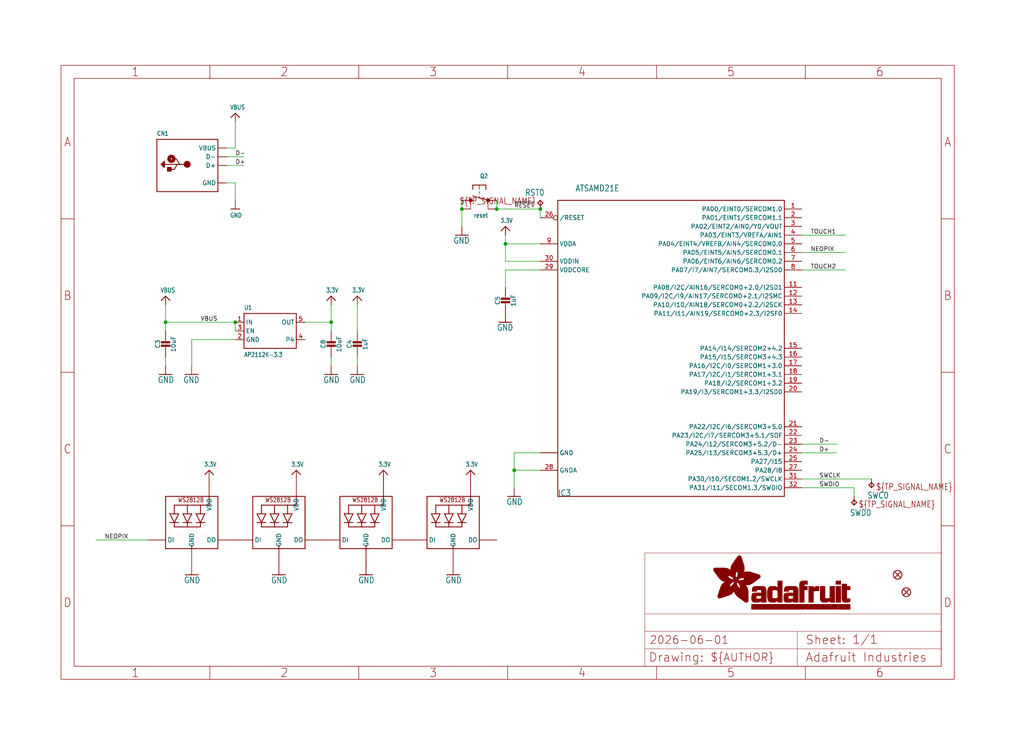
<source format=kicad_sch>
(kicad_sch (version 20230121) (generator eeschema)
  (paper "User" 298.45 217.322)
  (lib_symbols
    (symbol "working-eagle-import:3.3V" (power)
      (property "Value" "3.3V" (at -1.524 1.016 0))
      (symbol "3.3V_1_0"
        (pin power_in line (at 0 -2.54 90) (length 2.54) (name "3.3V") (number "1"))
      )
    )
    (symbol "working-eagle-import:ATSAMD21E"
      (property "Reference" "IC" (at -35.56 -43.18 0))
      (symbol "ATSAMD21E_1_0"
        (pin bidirectional line (at 35.56 40.64 180) (length 5.08) (name "PA00/EINT0/SERCOM1.0") (number "1"))
        (pin power_in line (at -40.64 -30.48 0) (length 5.08) (name "GND") (number "10"))
        (pin bidirectional line (at 35.56 17.78 180) (length 5.08) (name "PA08/I2C/AIN16/SERCOM0+2.0/I2SD1") (number "11"))
        (pin bidirectional line (at 35.56 15.24 180) (length 5.08) (name "PA09/I2C/I9/AIN17/SERCOM0+2.1/I2SMC") (number "12"))
        (pin bidirectional line (at 35.56 12.7 180) (length 5.08) (name "PA10/I10/AIN18/SERCOM0+2.2/I2SCK") (number "13"))
        (pin bidirectional line (at 35.56 10.16 180) (length 5.08) (name "PA11/I11/AIN19/SERCOM0+2.3/I2SF0") (number "14"))
        (pin bidirectional line (at 35.56 0 180) (length 5.08) (name "PA14/I14/SERCOM2+4.2") (number "15"))
        (pin bidirectional line (at 35.56 -2.54 180) (length 5.08) (name "PA15/I15/SERCOM3+4.3") (number "16"))
        (pin bidirectional line (at 35.56 -5.08 180) (length 5.08) (name "PA16/I2C/I0/SERCOM1+3.0") (number "17"))
        (pin bidirectional line (at 35.56 -7.62 180) (length 5.08) (name "PA17/I2C/I1/SERCOM1+3.1") (number "18"))
        (pin bidirectional line (at 35.56 -10.16 180) (length 5.08) (name "PA18/I2/SERCOM1+3.2") (number "19"))
        (pin bidirectional line (at 35.56 38.1 180) (length 5.08) (name "PA01/EINT1/SERCOM1.1") (number "2"))
        (pin bidirectional line (at 35.56 -12.7 180) (length 5.08) (name "PA19/I3/SERCOM1+3.3/I2SD0") (number "20"))
        (pin bidirectional line (at 35.56 -22.86 180) (length 5.08) (name "PA22/I2C/I6/SERCOM3+5.0") (number "21"))
        (pin bidirectional line (at 35.56 -25.4 180) (length 5.08) (name "PA23/I2C/I7/SERCOM3+5.1/SOF") (number "22"))
        (pin bidirectional line (at 35.56 -27.94 180) (length 5.08) (name "PA24/I12/SERCOM3+5.2/D-") (number "23"))
        (pin bidirectional line (at 35.56 -30.48 180) (length 5.08) (name "PA25/I13/SERCOM3+5.3/D+") (number "24"))
        (pin bidirectional line (at 35.56 -33.02 180) (length 5.08) (name "PA27/I15") (number "25"))
        (pin bidirectional inverted (at -40.64 38.1 0) (length 5.08) (name "/RESET") (number "26"))
        (pin bidirectional line (at 35.56 -35.56 180) (length 5.08) (name "PA28/I8") (number "27"))
        (pin power_in line (at -40.64 -35.56 0) (length 5.08) (name "GNDA") (number "28"))
        (pin power_in line (at -40.64 22.86 0) (length 5.08) (name "VDDCORE") (number "29"))
        (pin bidirectional line (at 35.56 35.56 180) (length 5.08) (name "PA02/EINT2/AIN0/Y0/VOUT") (number "3"))
        (pin power_in line (at -40.64 25.4 0) (length 5.08) (name "VDDIN") (number "30"))
        (pin bidirectional line (at 35.56 -38.1 180) (length 5.08) (name "PA30/I10/SECOM1.2/SWCLK") (number "31"))
        (pin bidirectional line (at 35.56 -40.64 180) (length 5.08) (name "PA31/I11/SECOM1.3/SWDIO") (number "32"))
        (pin power_in line (at -40.64 -30.48 0) (length 5.08) (name "GND") (number "33"))
        (pin bidirectional line (at 35.56 33.02 180) (length 5.08) (name "PA03/EINT3/VREFA/AIN1") (number "4"))
        (pin bidirectional line (at 35.56 30.48 180) (length 5.08) (name "PA04/EINT4/VREFB/AIN4/SERCOM0.0") (number "5"))
        (pin bidirectional line (at 35.56 27.94 180) (length 5.08) (name "PA05/EINT5/AIN5/SERCOM0.1") (number "6"))
        (pin bidirectional line (at 35.56 25.4 180) (length 5.08) (name "PA06/EINT6/AIN6/SERCOM0.2") (number "7"))
        (pin bidirectional line (at 35.56 22.86 180) (length 5.08) (name "PA07/I7/AIN7/SERCOM0.3/I2SD0") (number "8"))
        (pin power_in line (at -40.64 30.48 0) (length 5.08) (name "VDDA") (number "9"))
      )
    )
    (symbol "working-eagle-import:CAP_CERAMIC0603_NO"
      (property "Reference" "C" (at -2.29 1.25 90))
      (symbol "CAP_CERAMIC0603_NO_1_0"
        (pin passive line (at 0 5.08 270) (length 2.54) (name "1") (number "1"))
        (pin passive line (at 0 -2.54 90) (length 2.54) (name "2") (number "2"))
      )
    )
    (symbol "working-eagle-import:CAP_CERAMIC0805-NOOUTLINE"
      (property "Reference" "C" (at -2.29 1.25 90))
      (symbol "CAP_CERAMIC0805-NOOUTLINE_1_0"
        (pin passive line (at 0 5.08 270) (length 2.54) (name "1") (number "1"))
        (pin passive line (at 0 -2.54 90) (length 2.54) (name "2") (number "2"))
      )
    )
    (symbol "working-eagle-import:FIDUCIAL_1MM")
    (symbol "working-eagle-import:FRAME_A4_ADAFRUIT"
      (symbol "FRAME_A4_ADAFRUIT_1_0"
        (text "${#}/${##}" (at 230.505 10.16 0) (effects (font (size 2.54 2.54)) (justify left bottom)))
        (text "${AUTHOR}" (at 189.23 5.08 0) (effects (font (size 2.286 2.286)) (justify left bottom)))
        (text "${CURRENT_DATE}" (at 171.45 10.16 0) (effects (font (size 2.286 2.286)) (justify left bottom)))
        (text "${PROJECTNAME}" (at 171.45 15.24 0) (effects (font (size 2.54 2.54)) (justify left bottom)))
        (text "1" (at 21.6958 1.905 0) (effects (font (size 2.54 2.286))))
        (text "1" (at 21.6958 177.165 0) (effects (font (size 2.54 2.286))))
        (text "2" (at 65.0875 1.905 0) (effects (font (size 2.54 2.286))))
        (text "2" (at 65.0875 177.165 0) (effects (font (size 2.54 2.286))))
        (text "3" (at 108.4792 1.905 0) (effects (font (size 2.54 2.286))))
        (text "3" (at 108.4792 177.165 0) (effects (font (size 2.54 2.286))))
        (text "4" (at 151.8708 1.905 0) (effects (font (size 2.54 2.286))))
        (text "4" (at 151.8708 177.165 0) (effects (font (size 2.54 2.286))))
        (text "5" (at 195.2625 1.905 0) (effects (font (size 2.54 2.286))))
        (text "5" (at 195.2625 177.165 0) (effects (font (size 2.54 2.286))))
        (text "6" (at 238.6542 1.905 0) (effects (font (size 2.54 2.286))))
        (text "6" (at 238.6542 177.165 0) (effects (font (size 2.54 2.286))))
        (text "A" (at 1.905 156.6863 0) (effects (font (size 2.54 2.286))))
        (text "A" (at 258.445 156.6863 0) (effects (font (size 2.54 2.286))))
        (text "Adafruit Industries" (at 216.916 4.953 0) (effects (font (size 2.54 2.54)) (justify left bottom)))
        (text "B" (at 1.905 111.9188 0) (effects (font (size 2.54 2.286))))
        (text "B" (at 258.445 111.9188 0) (effects (font (size 2.54 2.286))))
        (text "C" (at 1.905 67.1513 0) (effects (font (size 2.54 2.286))))
        (text "C" (at 258.445 67.1513 0) (effects (font (size 2.54 2.286))))
        (text "D" (at 1.905 22.3838 0) (effects (font (size 2.54 2.286))))
        (text "D" (at 258.445 22.3838 0) (effects (font (size 2.54 2.286))))
        (text "Drawing:" (at 171.196 4.953 0) (effects (font (size 2.54 2.54)) (justify left bottom)))
        (text "Sheet:" (at 216.916 10.033 0) (effects (font (size 2.54 2.54)) (justify left bottom)))
      )
    )
    (symbol "working-eagle-import:GND" (power)
      (property "Value" "GND" (at -1.524 -2.54 0))
      (symbol "GND_1_0"
        (pin power_in line (at 0 2.54 270) (length 2.54) (name "GND") (number "1"))
      )
    )
    (symbol "working-eagle-import:SWITCH_TACT_SMT4.6X2.8"
      (property "Reference" "SW" (at -2.54 6.35 0))
      (symbol "SWITCH_TACT_SMT4.6X2.8_1_0"
        (pin passive line (at -5.08 0 0) (length 2.54) (name "P") (number "A"))
        (pin passive line (at -5.08 -2.54 0) (length 2.54) (name "P1") (number "A'"))
        (pin passive line (at 5.08 0 180) (length 2.54) (name "S") (number "B"))
        (pin passive line (at 5.08 -2.54 180) (length 2.54) (name "S1") (number "B'"))
      )
    )
    (symbol "working-eagle-import:TPTP15R"
      (property "Reference" "TP" (at -1.27 1.27 0))
      (symbol "TPTP15R_1_0"
        (text "${TP_SIGNAL_NAME}" (at 1.27 -1.27 0) (effects (font (size 1.778 1.5113)) (justify left bottom)))
        (pin input line (at 0 -2.54 90) (length 2.54) (name "TP") (number "TP"))
      )
    )
    (symbol "working-eagle-import:TPTP16R"
      (property "Reference" "TP" (at -1.27 1.27 0))
      (symbol "TPTP16R_1_0"
        (text "${TP_SIGNAL_NAME}" (at 1.27 -1.27 0) (effects (font (size 1.778 1.5113)) (justify left bottom)))
        (pin input line (at 0 -2.54 90) (length 2.54) (name "TP") (number "TP"))
      )
    )
    (symbol "working-eagle-import:USB_TYPEAPCB"
      (property "Reference" "X" (at -10.16 8.636 0))
      (symbol "USB_TYPEAPCB_1_0"
        (pin power_in line (at 10.16 -5.08 180) (length 2.54) (name "GND") (number "GND"))
        (pin bidirectional line (at 10.16 2.54 180) (length 2.54) (name "D-") (number "USB_NEG"))
        (pin bidirectional line (at 10.16 0 180) (length 2.54) (name "D+") (number "USB_PLUS"))
        (pin power_in line (at 10.16 5.08 180) (length 2.54) (name "VBUS") (number "VCC"))
      )
    )
    (symbol "working-eagle-import:VBUS" (power)
      (property "Value" "VBUS" (at -1.524 1.016 0))
      (symbol "VBUS_1_0"
        (pin power_in line (at 0 -2.54 90) (length 2.54) (name "VBUS") (number "1"))
      )
    )
    (symbol "working-eagle-import:VREG_SOT23-5"
      (property "Reference" "U" (at -7.62 6.096 0))
      (symbol "VREG_SOT23-5_1_0"
        (pin power_in line (at -10.16 2.54 0) (length 2.54) (name "IN") (number "1"))
        (pin power_in line (at -10.16 -2.54 0) (length 2.54) (name "GND") (number "2"))
        (pin input line (at -10.16 0 0) (length 2.54) (name "EN") (number "3"))
        (pin bidirectional line (at 10.16 -2.54 180) (length 2.54) (name "P4") (number "4"))
        (pin power_in line (at 10.16 2.54 180) (length 2.54) (name "OUT") (number "5"))
      )
    )
    (symbol "working-eagle-import:WS2812B3535"
      (symbol "WS2812B3535_1_0"
        (text "WS2812B" (at -4.064 8.382 0) (effects (font (size 1.27 1.0795)) (justify left bottom)))
        (pin input line (at -12.7 -2.54 0) (length 5.08) (name "DI") (number "1"))
        (pin power_in line (at 5.08 15.24 270) (length 5.08) (name "VDD") (number "2"))
        (pin output line (at 12.7 -2.54 180) (length 5.08) (name "DO") (number "3"))
        (pin power_in line (at 0 -10.16 90) (length 5.08) (name "GND") (number "4"))
      )
    )
    (symbol "working-eagle-import:supply1_GND" (power)
      (property "Value" "supply1_GND" (at -2.54 -2.54 0))
      (symbol "supply1_GND_1_0"
        (pin power_in line (at 0 2.54 270) (length 2.54) (name "GND") (number "1"))
      )
    )
  )
  (junction (at 68.58 93.98))
  (junction (at 157.48 60.96))
  (junction (at 134.62 60.96))
  (junction (at 144.78 60.96))
  (junction (at 48.26 93.98))
  (junction (at 147.32 71.12))
  (junction (at 96.52 93.98))
  (junction (at 149.86 137.16))
  (wire (pts (xy 68.58 96.52) (xy 68.58 93.98)) (stroke (width 0.1524)))
  (wire (pts (xy 48.26 96.52) (xy 48.26 93.98)) (stroke (width 0.1524)))
  (wire (pts (xy 144.78 60.96) (xy 157.48 60.96)) (stroke (width 0.1524)))
  (wire (pts (xy 157.48 76.2) (xy 147.32 76.2)) (stroke (width 0.1524)))
  (wire (pts (xy 48.26 93.98) (xy 68.58 93.98)) (stroke (width 0.1524)))
  (wire (pts (xy 68.58 35.56) (xy 68.58 43.18)) (stroke (width 0.1524)))
  (wire (pts (xy 157.48 132.08) (xy 149.86 132.08)) (stroke (width 0.1524)))
  (wire (pts (xy 233.68 73.66) (xy 246.38 73.66)) (stroke (width 0.1524)))
  (wire (pts (xy 147.32 76.2) (xy 147.32 71.12)) (stroke (width 0.1524)))
  (wire (pts (xy 66.04 48.26) (xy 71.12 48.26)) (stroke (width 0.1524)))
  (wire (pts (xy 48.26 93.98) (xy 48.26 88.9)) (stroke (width 0.1524)))
  (wire (pts (xy 68.58 99.06) (xy 55.88 99.06)) (stroke (width 0.1524)))
  (wire (pts (xy 66.04 53.34) (xy 68.58 53.34)) (stroke (width 0.1524)))
  (wire (pts (xy 157.48 71.12) (xy 147.32 71.12)) (stroke (width 0.1524)))
  (wire (pts (xy 147.32 78.74) (xy 147.32 83.82)) (stroke (width 0.1524)))
  (wire (pts (xy 233.68 78.74) (xy 246.38 78.74)) (stroke (width 0.1524)))
  (wire (pts (xy 96.52 93.98) (xy 88.9 93.98)) (stroke (width 0.1524)))
  (wire (pts (xy 233.68 139.7) (xy 254 139.7)) (stroke (width 0.1524)))
  (wire (pts (xy 157.48 60.96) (xy 157.48 63.5)) (stroke (width 0.1524)))
  (wire (pts (xy 134.62 66.04) (xy 134.62 60.96)) (stroke (width 0.1524)))
  (wire (pts (xy 66.04 45.72) (xy 71.12 45.72)) (stroke (width 0.1524)))
  (wire (pts (xy 66.04 43.18) (xy 68.58 43.18)) (stroke (width 0.1524)))
  (wire (pts (xy 104.14 106.68) (xy 104.14 104.14)) (stroke (width 0.1524)))
  (wire (pts (xy 134.62 58.42) (xy 134.62 60.96)) (stroke (width 0.1524)))
  (wire (pts (xy 96.52 106.68) (xy 96.52 104.14)) (stroke (width 0.1524)))
  (wire (pts (xy 96.52 88.9) (xy 96.52 93.98)) (stroke (width 0.1524)))
  (wire (pts (xy 233.68 129.54) (xy 243.84 129.54)) (stroke (width 0.1524)))
  (wire (pts (xy 43.18 157.48) (xy 27.94 157.48)) (stroke (width 0.1524)))
  (wire (pts (xy 55.88 99.06) (xy 55.88 106.68)) (stroke (width 0.1524)))
  (wire (pts (xy 104.14 88.9) (xy 104.14 96.52)) (stroke (width 0.1524)))
  (wire (pts (xy 147.32 71.12) (xy 147.32 68.58)) (stroke (width 0.1524)))
  (wire (pts (xy 48.26 106.68) (xy 48.26 104.14)) (stroke (width 0.1524)))
  (wire (pts (xy 243.84 132.08) (xy 233.68 132.08)) (stroke (width 0.1524)))
  (wire (pts (xy 157.48 78.74) (xy 147.32 78.74)) (stroke (width 0.1524)))
  (wire (pts (xy 233.68 68.58) (xy 246.38 68.58)) (stroke (width 0.1524)))
  (wire (pts (xy 68.58 53.34) (xy 68.58 58.42)) (stroke (width 0.1524)))
  (wire (pts (xy 233.68 142.24) (xy 248.92 142.24)) (stroke (width 0.1524)))
  (wire (pts (xy 248.92 142.24) (xy 248.92 144.78)) (stroke (width 0.1524)))
  (wire (pts (xy 149.86 137.16) (xy 149.86 142.24)) (stroke (width 0.1524)))
  (wire (pts (xy 144.78 60.96) (xy 144.78 58.42)) (stroke (width 0.1524)))
  (wire (pts (xy 157.48 137.16) (xy 149.86 137.16)) (stroke (width 0.1524)))
  (wire (pts (xy 149.86 132.08) (xy 149.86 137.16)) (stroke (width 0.1524)))
  (wire (pts (xy 96.52 93.98) (xy 96.52 96.52)) (stroke (width 0.1524)))
  (label "NEOPIX" (at 236.22 73.66 0) (effects (font (size 1.2446 1.2446))))
  (label "D-" (at 68.58 45.72 0) (effects (font (size 1.2446 1.2446))))
  (label "TOUCH1" (at 236.22 68.58 0) (effects (font (size 1.2446 1.2446))))
  (label "D-" (at 238.76 129.54 0) (effects (font (size 1.2446 1.2446))))
  (label "SWDIO" (at 238.76 142.24 0) (effects (font (size 1.2446 1.2446))))
  (label "SWCLK" (at 238.76 139.7 0) (effects (font (size 1.2446 1.2446))))
  (label "~{RESET}" (at 149.86 60.96 0) (effects (font (size 1.2446 1.2446))))
  (label "TOUCH2" (at 236.22 78.74 0) (effects (font (size 1.2446 1.2446))))
  (label "D+" (at 238.76 132.08 0) (effects (font (size 1.2446 1.2446))))
  (label "VBUS" (at 58.42 93.98 0) (effects (font (size 1.2446 1.2446))))
  (label "D+" (at 68.58 48.26 0) (effects (font (size 1.2446 1.2446))))
  (label "NEOPIX" (at 30.48 157.48 0) (effects (font (size 1.2446 1.2446))))
  (symbol (lib_id "working-eagle-import:VBUS") (at 68.58 33.02 0) (unit 1)
    (property "Reference" "#U$15" (effects hide))
    (property "Value" "VBUS" (at 67.056 32.004 0) (effects (font (size 1.27 1.0795)) (justify left bottom)))
  )
  (symbol (lib_id "working-eagle-import:CAP_CERAMIC0805-NOOUTLINE") (at 48.26 101.6 0) (unit 1)
    (property "Reference" "C3" (at 45.97 100.35 90))
    (property "Value" "10uF" (at 50.56 100.35 90))
    (property "Footprint" "working:0805-NO" (effects hide))
  )
  (symbol (lib_id "working-eagle-import:VREG_SOT23-5") (at 78.74 96.52 0) (unit 1)
    (property "Reference" "U1" (at 71.12 90.424 0) (effects (font (size 1.27 1.0795)) (justify left bottom)))
    (property "Value" "AP2112K-3.3" (at 71.12 104.14 0) (effects (font (size 1.27 1.0795)) (justify left bottom)))
    (property "Footprint" "working:SOT23-5" (effects hide))
  )
  (symbol (lib_id "working-eagle-import:supply1_GND") (at 106.68 167.64 0) (mirror y) (unit 1)
    (property "Reference" "#GND4" (effects hide))
    (property "Value" "GND" (at 109.22 170.18 0) (effects (font (size 1.778 1.5113)) (justify left bottom)))
  )
  (symbol (lib_id "working-eagle-import:CAP_CERAMIC0805-NOOUTLINE") (at 96.52 101.6 0) (unit 1)
    (property "Reference" "C8" (at 94.23 100.35 90))
    (property "Value" "10uF" (at 98.82 100.35 90))
    (property "Footprint" "working:0805-NO" (effects hide))
  )
  (symbol (lib_id "working-eagle-import:CAP_CERAMIC0603_NO") (at 147.32 88.9 0) (unit 1)
    (property "Reference" "C5" (at 145.03 87.65 90))
    (property "Value" "1uF" (at 149.62 87.65 90))
    (property "Footprint" "working:0603-NO" (effects hide))
  )
  (symbol (lib_id "working-eagle-import:CAP_CERAMIC0603_NO") (at 104.14 101.6 0) (unit 1)
    (property "Reference" "C4" (at 101.85 100.35 90))
    (property "Value" "1uF" (at 106.44 100.35 90))
    (property "Footprint" "working:0603-NO" (effects hide))
  )
  (symbol (lib_id "working-eagle-import:ATSAMD21E") (at 198.12 101.6 0) (unit 1)
    (property "Reference" "IC3" (at 162.56 144.78 0) (effects (font (size 1.778 1.5113)) (justify left bottom)))
    (property "Value" "ATSAMD21E" (at 167.64 55.88 0) (effects (font (size 1.778 1.5113)) (justify left bottom)))
    (property "Footprint" "working:QFN32_5MM" (effects hide))
  )
  (symbol (lib_id "working-eagle-import:FRAME_A4_ADAFRUIT") (at 17.78 198.12 0) (unit 1)
    (property "Reference" "#U$1" (effects hide))
    (property "Value" "FRAME_A4_ADAFRUIT" (effects hide))
  )
  (symbol (lib_id "working-eagle-import:3.3V") (at 137.16 137.16 0) (unit 1)
    (property "Reference" "#U$6" (effects hide))
    (property "Value" "3.3V" (at 135.636 136.144 0) (effects (font (size 1.27 1.0795)) (justify left bottom)))
  )
  (symbol (lib_id "working-eagle-import:3.3V") (at 147.32 66.04 0) (unit 1)
    (property "Reference" "#U$18" (effects hide))
    (property "Value" "3.3V" (at 145.796 65.024 0) (effects (font (size 1.27 1.0795)) (justify left bottom)))
  )
  (symbol (lib_id "working-eagle-import:WS2812B3535") (at 132.08 154.94 0) (unit 1)
    (property "Reference" "LED4" (effects hide))
    (property "Value" "WS2812B3535" (effects hide))
    (property "Footprint" "working:LED3535" (effects hide))
  )
  (symbol (lib_id "working-eagle-import:SWITCH_TACT_SMT4.6X2.8") (at 139.7 58.42 0) (mirror y) (unit 1)
    (property "Reference" "Q2" (at 142.24 52.07 0) (effects (font (size 1.27 1.0795)) (justify left bottom)))
    (property "Value" "reset" (at 142.24 63.5 0) (effects (font (size 1.27 1.0795)) (justify left bottom)))
    (property "Footprint" "working:BTN_KMR2_4.6X2.8" (effects hide))
  )
  (symbol (lib_id "working-eagle-import:FIDUCIAL_1MM") (at 264.16 172.72 0) (unit 1)
    (property "Reference" "FID2" (effects hide))
    (property "Value" "FIDUCIAL_1MM" (effects hide))
    (property "Footprint" "working:FIDUCIAL_1MM" (effects hide))
  )
  (symbol (lib_id "working-eagle-import:WS2812B3535") (at 81.28 154.94 0) (unit 1)
    (property "Reference" "LED2" (effects hide))
    (property "Value" "WS2812B3535" (effects hide))
    (property "Footprint" "working:LED3535" (effects hide))
  )
  (symbol (lib_id "working-eagle-import:supply1_GND") (at 48.26 109.22 0) (mirror y) (unit 1)
    (property "Reference" "#GND3" (effects hide))
    (property "Value" "GND" (at 50.8 111.76 0) (effects (font (size 1.778 1.5113)) (justify left bottom)))
  )
  (symbol (lib_id "working-eagle-import:supply1_GND") (at 104.14 109.22 0) (mirror y) (unit 1)
    (property "Reference" "#GND5" (effects hide))
    (property "Value" "GND" (at 106.68 111.76 0) (effects (font (size 1.778 1.5113)) (justify left bottom)))
  )
  (symbol (lib_id "working-eagle-import:VBUS") (at 48.26 86.36 0) (unit 1)
    (property "Reference" "#U$13" (effects hide))
    (property "Value" "VBUS" (at 46.736 85.344 0) (effects (font (size 1.27 1.0795)) (justify left bottom)))
  )
  (symbol (lib_id "working-eagle-import:supply1_GND") (at 55.88 167.64 0) (mirror y) (unit 1)
    (property "Reference" "#GND1" (effects hide))
    (property "Value" "GND" (at 58.42 170.18 0) (effects (font (size 1.778 1.5113)) (justify left bottom)))
  )
  (symbol (lib_id "working-eagle-import:3.3V") (at 60.96 137.16 0) (unit 1)
    (property "Reference" "#U$3" (effects hide))
    (property "Value" "3.3V" (at 59.436 136.144 0) (effects (font (size 1.27 1.0795)) (justify left bottom)))
  )
  (symbol (lib_id "working-eagle-import:WS2812B3535") (at 55.88 154.94 0) (unit 1)
    (property "Reference" "LED1" (effects hide))
    (property "Value" "WS2812B3535" (effects hide))
    (property "Footprint" "working:LED3535" (effects hide))
  )
  (symbol (lib_id "working-eagle-import:supply1_GND") (at 149.86 144.78 0) (mirror y) (unit 1)
    (property "Reference" "#GND18" (effects hide))
    (property "Value" "GND" (at 152.4 147.32 0) (effects (font (size 1.778 1.5113)) (justify left bottom)))
  )
  (symbol (lib_id "working-eagle-import:supply1_GND") (at 132.08 167.64 0) (mirror y) (unit 1)
    (property "Reference" "#GND6" (effects hide))
    (property "Value" "GND" (at 134.62 170.18 0) (effects (font (size 1.778 1.5113)) (justify left bottom)))
  )
  (symbol (lib_id "working-eagle-import:3.3V") (at 86.36 137.16 0) (unit 1)
    (property "Reference" "#U$4" (effects hide))
    (property "Value" "3.3V" (at 84.836 136.144 0) (effects (font (size 1.27 1.0795)) (justify left bottom)))
  )
  (symbol (lib_id "working-eagle-import:supply1_GND") (at 55.88 109.22 0) (unit 1)
    (property "Reference" "#GND11" (effects hide))
    (property "Value" "GND" (at 53.34 111.76 0) (effects (font (size 1.778 1.5113)) (justify left bottom)))
  )
  (symbol (lib_id "working-eagle-import:WS2812B3535") (at 106.68 154.94 0) (unit 1)
    (property "Reference" "LED3" (effects hide))
    (property "Value" "WS2812B3535" (effects hide))
    (property "Footprint" "working:LED3535" (effects hide))
  )
  (symbol (lib_id "working-eagle-import:supply1_GND") (at 147.32 93.98 0) (unit 1)
    (property "Reference" "#GND7" (effects hide))
    (property "Value" "GND" (at 144.78 96.52 0) (effects (font (size 1.778 1.5113)) (justify left bottom)))
  )
  (symbol (lib_id "working-eagle-import:TPTP15R") (at 254 142.24 0) (mirror x) (unit 1)
    (property "Reference" "SWC0" (at 252.73 143.51 0) (effects (font (size 1.778 1.5113)) (justify left bottom)))
    (property "Value" "TPTP15R" (effects hide))
    (property "Footprint" "working:TP15R" (effects hide))
  )
  (symbol (lib_id "working-eagle-import:TPTP16R") (at 248.92 147.32 0) (mirror x) (unit 1)
    (property "Reference" "SWD0" (at 247.65 148.59 0) (effects (font (size 1.778 1.5113)) (justify left bottom)))
    (property "Value" "TPTP16R" (effects hide))
    (property "Footprint" "working:TP16R" (effects hide))
  )
  (symbol (lib_id "working-eagle-import:supply1_GND") (at 81.28 167.64 0) (mirror y) (unit 1)
    (property "Reference" "#GND2" (effects hide))
    (property "Value" "GND" (at 83.82 170.18 0) (effects (font (size 1.778 1.5113)) (justify left bottom)))
  )
  (symbol (lib_id "working-eagle-import:supply1_GND") (at 96.52 109.22 0) (mirror y) (unit 1)
    (property "Reference" "#GND12" (effects hide))
    (property "Value" "GND" (at 99.06 111.76 0) (effects (font (size 1.778 1.5113)) (justify left bottom)))
  )
  (symbol (lib_id "working-eagle-import:3.3V") (at 104.14 86.36 0) (unit 1)
    (property "Reference" "#U$20" (effects hide))
    (property "Value" "3.3V" (at 102.616 85.344 0) (effects (font (size 1.27 1.0795)) (justify left bottom)))
  )
  (symbol (lib_id "working-eagle-import:FIDUCIAL_1MM") (at 261.62 167.64 0) (unit 1)
    (property "Reference" "FID1" (effects hide))
    (property "Value" "FIDUCIAL_1MM" (effects hide))
    (property "Footprint" "working:FIDUCIAL_1MM" (effects hide))
  )
  (symbol (lib_id "working-eagle-import:GND") (at 68.58 60.96 0) (unit 1)
    (property "Reference" "#U$2" (effects hide))
    (property "Value" "GND" (at 67.056 63.5 0) (effects (font (size 1.27 1.0795)) (justify left bottom)))
  )
  (symbol (lib_id "working-eagle-import:supply1_GND") (at 134.62 68.58 0) (unit 1)
    (property "Reference" "#GND14" (effects hide))
    (property "Value" "GND" (at 132.08 71.12 0) (effects (font (size 1.778 1.5113)) (justify left bottom)))
  )
  (symbol (lib_id "working-eagle-import:TPTP16R") (at 157.48 58.42 0) (mirror y) (unit 1)
    (property "Reference" "RST0" (at 158.75 57.15 0) (effects (font (size 1.778 1.5113)) (justify left bottom)))
    (property "Value" "TPTP16R" (effects hide))
    (property "Footprint" "working:TP16R" (effects hide))
  )
  (symbol (lib_id "working-eagle-import:3.3V") (at 96.52 86.36 0) (unit 1)
    (property "Reference" "#U$17" (effects hide))
    (property "Value" "3.3V" (at 94.996 85.344 0) (effects (font (size 1.27 1.0795)) (justify left bottom)))
  )
  (symbol (lib_id "working-eagle-import:3.3V") (at 111.76 137.16 0) (unit 1)
    (property "Reference" "#U$5" (effects hide))
    (property "Value" "3.3V" (at 110.236 136.144 0) (effects (font (size 1.27 1.0795)) (justify left bottom)))
  )
  (symbol (lib_id "working-eagle-import:USB_TYPEAPCB") (at 55.88 48.26 0) (unit 1)
    (property "Reference" "CN1" (at 45.72 39.624 0) (effects (font (size 1.27 1.0795)) (justify left bottom)))
    (property "Value" "USB_TYPEAPCB" (effects hide))
    (property "Footprint" "working:USBA_PCB" (effects hide))
  )
)
</source>
